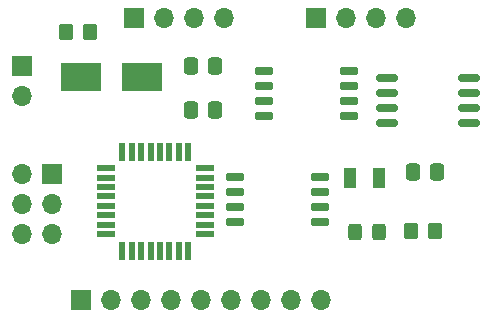
<source format=gbr>
%TF.GenerationSoftware,KiCad,Pcbnew,(6.0.1)*%
%TF.CreationDate,2022-06-05T18:07:15-04:00*%
%TF.ProjectId,PCB Design,50434220-4465-4736-9967-6e2e6b696361,v1*%
%TF.SameCoordinates,Original*%
%TF.FileFunction,Soldermask,Top*%
%TF.FilePolarity,Negative*%
%FSLAX46Y46*%
G04 Gerber Fmt 4.6, Leading zero omitted, Abs format (unit mm)*
G04 Created by KiCad (PCBNEW (6.0.1)) date 2022-06-05 18:07:15*
%MOMM*%
%LPD*%
G01*
G04 APERTURE LIST*
G04 Aperture macros list*
%AMRoundRect*
0 Rectangle with rounded corners*
0 $1 Rounding radius*
0 $2 $3 $4 $5 $6 $7 $8 $9 X,Y pos of 4 corners*
0 Add a 4 corners polygon primitive as box body*
4,1,4,$2,$3,$4,$5,$6,$7,$8,$9,$2,$3,0*
0 Add four circle primitives for the rounded corners*
1,1,$1+$1,$2,$3*
1,1,$1+$1,$4,$5*
1,1,$1+$1,$6,$7*
1,1,$1+$1,$8,$9*
0 Add four rect primitives between the rounded corners*
20,1,$1+$1,$2,$3,$4,$5,0*
20,1,$1+$1,$4,$5,$6,$7,0*
20,1,$1+$1,$6,$7,$8,$9,0*
20,1,$1+$1,$8,$9,$2,$3,0*%
G04 Aperture macros list end*
%ADD10R,1.700000X1.700000*%
%ADD11O,1.700000X1.700000*%
%ADD12RoundRect,0.250000X-0.337500X-0.475000X0.337500X-0.475000X0.337500X0.475000X-0.337500X0.475000X0*%
%ADD13RoundRect,0.150000X-0.650000X-0.150000X0.650000X-0.150000X0.650000X0.150000X-0.650000X0.150000X0*%
%ADD14R,3.500000X2.400000*%
%ADD15RoundRect,0.150000X-0.800000X-0.150000X0.800000X-0.150000X0.800000X0.150000X-0.800000X0.150000X0*%
%ADD16RoundRect,0.250000X-0.325000X-0.450000X0.325000X-0.450000X0.325000X0.450000X-0.325000X0.450000X0*%
%ADD17R,1.000000X1.800000*%
%ADD18RoundRect,0.250000X0.350000X0.450000X-0.350000X0.450000X-0.350000X-0.450000X0.350000X-0.450000X0*%
%ADD19R,1.500000X0.550000*%
%ADD20R,0.550000X1.500000*%
%ADD21RoundRect,0.250000X-0.350000X-0.450000X0.350000X-0.450000X0.350000X0.450000X-0.350000X0.450000X0*%
G04 APERTURE END LIST*
D10*
%TO.C,J1*%
X83370000Y-103750000D03*
D11*
X85910000Y-103750000D03*
X88450000Y-103750000D03*
X90990000Y-103750000D03*
%TD*%
D12*
%TO.C,C1*%
X88162500Y-107800000D03*
X90237500Y-107800000D03*
%TD*%
D13*
%TO.C,U2*%
X91900000Y-117245000D03*
X91900000Y-118515000D03*
X91900000Y-119785000D03*
X91900000Y-121055000D03*
X99100000Y-121055000D03*
X99100000Y-119785000D03*
X99100000Y-118515000D03*
X99100000Y-117245000D03*
%TD*%
D14*
%TO.C,Y2*%
X78850000Y-108750000D03*
X84050000Y-108750000D03*
%TD*%
D15*
%TO.C,U3*%
X104750000Y-108795000D03*
X104750000Y-110065000D03*
X104750000Y-111335000D03*
X104750000Y-112605000D03*
X111750000Y-112605000D03*
X111750000Y-111335000D03*
X111750000Y-110065000D03*
X111750000Y-108795000D03*
%TD*%
D10*
%TO.C,J4*%
X76386900Y-116950000D03*
D11*
X73846900Y-116950000D03*
X76386900Y-119490000D03*
X73846900Y-119490000D03*
X76386900Y-122030000D03*
X73846900Y-122030000D03*
%TD*%
D12*
%TO.C,C2*%
X88162500Y-111500000D03*
X90237500Y-111500000D03*
%TD*%
D13*
%TO.C,U1*%
X94350000Y-108245000D03*
X94350000Y-109515000D03*
X94350000Y-110785000D03*
X94350000Y-112055000D03*
X101550000Y-112055000D03*
X101550000Y-110785000D03*
X101550000Y-109515000D03*
X101550000Y-108245000D03*
%TD*%
D16*
%TO.C,D1*%
X102030000Y-121845000D03*
X104080000Y-121845000D03*
%TD*%
D10*
%TO.C,BT1*%
X73846900Y-107825000D03*
D11*
X73846900Y-110365000D03*
%TD*%
D12*
%TO.C,C3*%
X106962500Y-116750000D03*
X109037500Y-116750000D03*
%TD*%
D10*
%TO.C,J2*%
X78850000Y-127650000D03*
D11*
X81390000Y-127650000D03*
X83930000Y-127650000D03*
X86470000Y-127650000D03*
X89010000Y-127650000D03*
X91550000Y-127650000D03*
X94090000Y-127650000D03*
X96630000Y-127650000D03*
X99170000Y-127650000D03*
%TD*%
D17*
%TO.C,Y1*%
X101600000Y-117300000D03*
X104100000Y-117300000D03*
%TD*%
D18*
%TO.C,R2*%
X79600000Y-104900000D03*
X77600000Y-104900000D03*
%TD*%
D10*
%TO.C,J3*%
X98800000Y-103725000D03*
D11*
X101340000Y-103725000D03*
X103880000Y-103725000D03*
X106420000Y-103725000D03*
%TD*%
D19*
%TO.C,U4*%
X80950000Y-116450000D03*
X80950000Y-117250000D03*
X80950000Y-118050000D03*
X80950000Y-118850000D03*
X80950000Y-119650000D03*
X80950000Y-120450000D03*
X80950000Y-121250000D03*
X80950000Y-122050000D03*
D20*
X82350000Y-123450000D03*
X83150000Y-123450000D03*
X83950000Y-123450000D03*
X84750000Y-123450000D03*
X85550000Y-123450000D03*
X86350000Y-123450000D03*
X87150000Y-123450000D03*
X87950000Y-123450000D03*
D19*
X89350000Y-122050000D03*
X89350000Y-121250000D03*
X89350000Y-120450000D03*
X89350000Y-119650000D03*
X89350000Y-118850000D03*
X89350000Y-118050000D03*
X89350000Y-117250000D03*
X89350000Y-116450000D03*
D20*
X87950000Y-115050000D03*
X87150000Y-115050000D03*
X86350000Y-115050000D03*
X85550000Y-115050000D03*
X84750000Y-115050000D03*
X83950000Y-115050000D03*
X83150000Y-115050000D03*
X82350000Y-115050000D03*
%TD*%
D21*
%TO.C,R1*%
X106800000Y-121800000D03*
X108800000Y-121800000D03*
%TD*%
M02*

</source>
